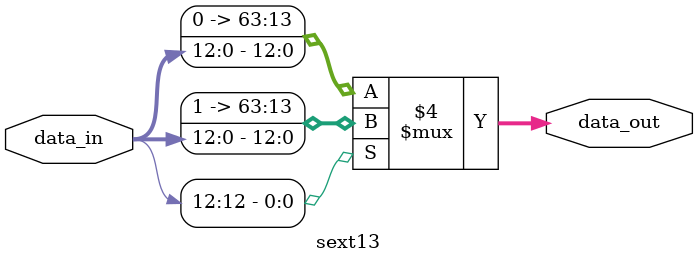
<source format=sv>
`ifndef __SEXT13_SV
`define __SEXT13_SV
`ifdef VERILATOR

`else

`endif


module sext13#(parameter N=13)(
   input [N-1:0] data_in,
   output logic [63:0] data_out

 );
 always_comb begin
   if(data_in[N-1]==1)data_out={{(64-N){1'b1}},data_in};
   else data_out={{(64-N){1'b0}},data_in};
 end
endmodule

`endif
</source>
